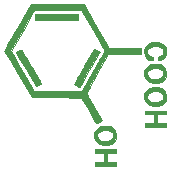
<source format=gbr>
G04 #@! TF.GenerationSoftware,KiCad,Pcbnew,(5.1.5)-3*
G04 #@! TF.CreationDate,2021-03-06T01:37:00+09:00*
G04 #@! TF.ProjectId,Setta21_Back_mask,53657474-6132-4315-9f42-61636b5f6d61,rev?*
G04 #@! TF.SameCoordinates,Original*
G04 #@! TF.FileFunction,Legend,Top*
G04 #@! TF.FilePolarity,Positive*
%FSLAX46Y46*%
G04 Gerber Fmt 4.6, Leading zero omitted, Abs format (unit mm)*
G04 Created by KiCad (PCBNEW (5.1.5)-3) date 2021-03-06 01:37:00*
%MOMM*%
%LPD*%
G04 APERTURE LIST*
%ADD10C,0.010000*%
G04 APERTURE END LIST*
D10*
G36*
X72606344Y-64097160D02*
G01*
X72560362Y-64182344D01*
X72488461Y-64312636D01*
X72394517Y-64481203D01*
X72282406Y-64681214D01*
X72156003Y-64905836D01*
X72019184Y-65148237D01*
X71875824Y-65401585D01*
X71729800Y-65659048D01*
X71584986Y-65913793D01*
X71445259Y-66158989D01*
X71314493Y-66387803D01*
X71196564Y-66593402D01*
X71095349Y-66768956D01*
X71014722Y-66907631D01*
X70958558Y-67002595D01*
X70930735Y-67047017D01*
X70929390Y-67048736D01*
X70886399Y-67053661D01*
X70813652Y-67029282D01*
X70807504Y-67026275D01*
X70709514Y-66977732D01*
X70597700Y-66923080D01*
X70582066Y-66915504D01*
X70503621Y-66869793D01*
X70460270Y-66829391D01*
X70457135Y-66819432D01*
X70473916Y-66784088D01*
X70521291Y-66695757D01*
X70596055Y-66560148D01*
X70695003Y-66382974D01*
X70814927Y-66169942D01*
X70952624Y-65926764D01*
X71104886Y-65659149D01*
X71268509Y-65372808D01*
X71306608Y-65306305D01*
X72154012Y-63827810D01*
X72388272Y-63931281D01*
X72500351Y-63984363D01*
X72583211Y-64030424D01*
X72621544Y-64060797D01*
X72622533Y-64063916D01*
X72606344Y-64097160D01*
G37*
X72606344Y-64097160D02*
X72560362Y-64182344D01*
X72488461Y-64312636D01*
X72394517Y-64481203D01*
X72282406Y-64681214D01*
X72156003Y-64905836D01*
X72019184Y-65148237D01*
X71875824Y-65401585D01*
X71729800Y-65659048D01*
X71584986Y-65913793D01*
X71445259Y-66158989D01*
X71314493Y-66387803D01*
X71196564Y-66593402D01*
X71095349Y-66768956D01*
X71014722Y-66907631D01*
X70958558Y-67002595D01*
X70930735Y-67047017D01*
X70929390Y-67048736D01*
X70886399Y-67053661D01*
X70813652Y-67029282D01*
X70807504Y-67026275D01*
X70709514Y-66977732D01*
X70597700Y-66923080D01*
X70582066Y-66915504D01*
X70503621Y-66869793D01*
X70460270Y-66829391D01*
X70457135Y-66819432D01*
X70473916Y-66784088D01*
X70521291Y-66695757D01*
X70596055Y-66560148D01*
X70695003Y-66382974D01*
X70814927Y-66169942D01*
X70952624Y-65926764D01*
X71104886Y-65659149D01*
X71268509Y-65372808D01*
X71306608Y-65306305D01*
X72154012Y-63827810D01*
X72388272Y-63931281D01*
X72500351Y-63984363D01*
X72583211Y-64030424D01*
X72621544Y-64060797D01*
X72622533Y-64063916D01*
X72606344Y-64097160D01*
G36*
X67170000Y-61416933D02*
G01*
X67170000Y-60908933D01*
X70759866Y-60908933D01*
X70759866Y-61416933D01*
X67170000Y-61416933D01*
G37*
X67170000Y-61416933D02*
X67170000Y-60908933D01*
X70759866Y-60908933D01*
X70759866Y-61416933D01*
X67170000Y-61416933D01*
G36*
X67638214Y-66786981D02*
G01*
X67584182Y-66823449D01*
X67490141Y-66873324D01*
X67401566Y-66914562D01*
X67209799Y-66998582D01*
X66360166Y-65582125D01*
X66191534Y-65300378D01*
X66034030Y-65036034D01*
X65891011Y-64794812D01*
X65765834Y-64582434D01*
X65661858Y-64404617D01*
X65582440Y-64267081D01*
X65530937Y-64175546D01*
X65510707Y-64135730D01*
X65510533Y-64134815D01*
X65538627Y-64105736D01*
X65612767Y-64057517D01*
X65717735Y-63999915D01*
X65733021Y-63992161D01*
X65846307Y-63940749D01*
X65934350Y-63911173D01*
X65980992Y-63908737D01*
X65982748Y-63910181D01*
X66005078Y-63944435D01*
X66058571Y-64031116D01*
X66139744Y-64164451D01*
X66245112Y-64338665D01*
X66371191Y-64547984D01*
X66514498Y-64786635D01*
X66671548Y-65048843D01*
X66838857Y-65328835D01*
X66846541Y-65341710D01*
X67043122Y-65671824D01*
X67206892Y-65948664D01*
X67340336Y-66176765D01*
X67445939Y-66360665D01*
X67526185Y-66504898D01*
X67583559Y-66614001D01*
X67620546Y-66692511D01*
X67639630Y-66744962D01*
X67643297Y-66775891D01*
X67638214Y-66786981D01*
G37*
X67638214Y-66786981D02*
X67584182Y-66823449D01*
X67490141Y-66873324D01*
X67401566Y-66914562D01*
X67209799Y-66998582D01*
X66360166Y-65582125D01*
X66191534Y-65300378D01*
X66034030Y-65036034D01*
X65891011Y-64794812D01*
X65765834Y-64582434D01*
X65661858Y-64404617D01*
X65582440Y-64267081D01*
X65530937Y-64175546D01*
X65510707Y-64135730D01*
X65510533Y-64134815D01*
X65538627Y-64105736D01*
X65612767Y-64057517D01*
X65717735Y-63999915D01*
X65733021Y-63992161D01*
X65846307Y-63940749D01*
X65934350Y-63911173D01*
X65980992Y-63908737D01*
X65982748Y-63910181D01*
X66005078Y-63944435D01*
X66058571Y-64031116D01*
X66139744Y-64164451D01*
X66245112Y-64338665D01*
X66371191Y-64547984D01*
X66514498Y-64786635D01*
X66671548Y-65048843D01*
X66838857Y-65328835D01*
X66846541Y-65341710D01*
X67043122Y-65671824D01*
X67206892Y-65948664D01*
X67340336Y-66176765D01*
X67445939Y-66360665D01*
X67526185Y-66504898D01*
X67583559Y-66614001D01*
X67620546Y-66692511D01*
X67639630Y-66744962D01*
X67643297Y-66775891D01*
X67638214Y-66786981D01*
G36*
X77499333Y-69375600D02*
G01*
X77499333Y-70154533D01*
X78244400Y-70154533D01*
X78244400Y-70459333D01*
X76415600Y-70459333D01*
X76415600Y-70154533D01*
X77228400Y-70154533D01*
X77228400Y-69375600D01*
X76415600Y-69375600D01*
X76415600Y-69070800D01*
X78244400Y-69070800D01*
X78244400Y-69375600D01*
X77499333Y-69375600D01*
G37*
X77499333Y-69375600D02*
X77499333Y-70154533D01*
X78244400Y-70154533D01*
X78244400Y-70459333D01*
X76415600Y-70459333D01*
X76415600Y-70154533D01*
X77228400Y-70154533D01*
X77228400Y-69375600D01*
X76415600Y-69375600D01*
X76415600Y-69070800D01*
X78244400Y-69070800D01*
X78244400Y-69375600D01*
X77499333Y-69375600D01*
G36*
X78213724Y-68140180D02*
G01*
X78122552Y-68332265D01*
X77986759Y-68489466D01*
X77978892Y-68496080D01*
X77797013Y-68605823D01*
X77579541Y-68672974D01*
X77343742Y-68697294D01*
X77106879Y-68678546D01*
X76886218Y-68616490D01*
X76702695Y-68513707D01*
X76564337Y-68370093D01*
X76462464Y-68187727D01*
X76404134Y-67986373D01*
X76396405Y-67785792D01*
X76411793Y-67699200D01*
X76492568Y-67503052D01*
X76620646Y-67329099D01*
X76781876Y-67192705D01*
X76952672Y-67111971D01*
X77088075Y-67086706D01*
X77261829Y-67074961D01*
X77330000Y-67075617D01*
X77330000Y-67396356D01*
X77101400Y-67414843D01*
X76923039Y-67472275D01*
X76787775Y-67571607D01*
X76729313Y-67644941D01*
X76664016Y-67799296D01*
X76664069Y-67961255D01*
X76725633Y-68114068D01*
X76833628Y-68233803D01*
X76986771Y-68312696D01*
X77189877Y-68352705D01*
X77327774Y-68358856D01*
X77557022Y-68337917D01*
X77744861Y-68276115D01*
X77886031Y-68177175D01*
X77975268Y-68044819D01*
X78007310Y-67882771D01*
X78007333Y-67878011D01*
X77976611Y-67717219D01*
X77888420Y-67584419D01*
X77748724Y-67483854D01*
X77563487Y-67419762D01*
X77338672Y-67396385D01*
X77330000Y-67396356D01*
X77330000Y-67075617D01*
X77445915Y-67076735D01*
X77612315Y-67092029D01*
X77707327Y-67111971D01*
X77859312Y-67184566D01*
X78009249Y-67302120D01*
X78134552Y-67445045D01*
X78183591Y-67525039D01*
X78247836Y-67719524D01*
X78256682Y-67930252D01*
X78213724Y-68140180D01*
G37*
X78213724Y-68140180D02*
X78122552Y-68332265D01*
X77986759Y-68489466D01*
X77978892Y-68496080D01*
X77797013Y-68605823D01*
X77579541Y-68672974D01*
X77343742Y-68697294D01*
X77106879Y-68678546D01*
X76886218Y-68616490D01*
X76702695Y-68513707D01*
X76564337Y-68370093D01*
X76462464Y-68187727D01*
X76404134Y-67986373D01*
X76396405Y-67785792D01*
X76411793Y-67699200D01*
X76492568Y-67503052D01*
X76620646Y-67329099D01*
X76781876Y-67192705D01*
X76952672Y-67111971D01*
X77088075Y-67086706D01*
X77261829Y-67074961D01*
X77330000Y-67075617D01*
X77330000Y-67396356D01*
X77101400Y-67414843D01*
X76923039Y-67472275D01*
X76787775Y-67571607D01*
X76729313Y-67644941D01*
X76664016Y-67799296D01*
X76664069Y-67961255D01*
X76725633Y-68114068D01*
X76833628Y-68233803D01*
X76986771Y-68312696D01*
X77189877Y-68352705D01*
X77327774Y-68358856D01*
X77557022Y-68337917D01*
X77744861Y-68276115D01*
X77886031Y-68177175D01*
X77975268Y-68044819D01*
X78007310Y-67882771D01*
X78007333Y-67878011D01*
X77976611Y-67717219D01*
X77888420Y-67584419D01*
X77748724Y-67483854D01*
X77563487Y-67419762D01*
X77338672Y-67396385D01*
X77330000Y-67396356D01*
X77330000Y-67075617D01*
X77445915Y-67076735D01*
X77612315Y-67092029D01*
X77707327Y-67111971D01*
X77859312Y-67184566D01*
X78009249Y-67302120D01*
X78134552Y-67445045D01*
X78183591Y-67525039D01*
X78247836Y-67719524D01*
X78256682Y-67930252D01*
X78213724Y-68140180D01*
G36*
X78213724Y-66175913D02*
G01*
X78122552Y-66367999D01*
X77986759Y-66525199D01*
X77978892Y-66531814D01*
X77797013Y-66641556D01*
X77579541Y-66708707D01*
X77343742Y-66733028D01*
X77106879Y-66714279D01*
X76886218Y-66652223D01*
X76702695Y-66549440D01*
X76564337Y-66405827D01*
X76462464Y-66223461D01*
X76404134Y-66022106D01*
X76396405Y-65821526D01*
X76411793Y-65734933D01*
X76492568Y-65538786D01*
X76620646Y-65364833D01*
X76781876Y-65228439D01*
X76952672Y-65147704D01*
X77088075Y-65122440D01*
X77261829Y-65110694D01*
X77330000Y-65111351D01*
X77330000Y-65432090D01*
X77101400Y-65450577D01*
X76923039Y-65508008D01*
X76787775Y-65607340D01*
X76729313Y-65680675D01*
X76664016Y-65835029D01*
X76664069Y-65996988D01*
X76725633Y-66149801D01*
X76833628Y-66269536D01*
X76986771Y-66348430D01*
X77189877Y-66388438D01*
X77327774Y-66394589D01*
X77557022Y-66373650D01*
X77744861Y-66311849D01*
X77886031Y-66212908D01*
X77975268Y-66080552D01*
X78007310Y-65918504D01*
X78007333Y-65913744D01*
X77976611Y-65752952D01*
X77888420Y-65620153D01*
X77748724Y-65519587D01*
X77563487Y-65455495D01*
X77338672Y-65432118D01*
X77330000Y-65432090D01*
X77330000Y-65111351D01*
X77445915Y-65112469D01*
X77612315Y-65127762D01*
X77707327Y-65147704D01*
X77859312Y-65220300D01*
X78009249Y-65337854D01*
X78134552Y-65480778D01*
X78183591Y-65560772D01*
X78247836Y-65755257D01*
X78256682Y-65965985D01*
X78213724Y-66175913D01*
G37*
X78213724Y-66175913D02*
X78122552Y-66367999D01*
X77986759Y-66525199D01*
X77978892Y-66531814D01*
X77797013Y-66641556D01*
X77579541Y-66708707D01*
X77343742Y-66733028D01*
X77106879Y-66714279D01*
X76886218Y-66652223D01*
X76702695Y-66549440D01*
X76564337Y-66405827D01*
X76462464Y-66223461D01*
X76404134Y-66022106D01*
X76396405Y-65821526D01*
X76411793Y-65734933D01*
X76492568Y-65538786D01*
X76620646Y-65364833D01*
X76781876Y-65228439D01*
X76952672Y-65147704D01*
X77088075Y-65122440D01*
X77261829Y-65110694D01*
X77330000Y-65111351D01*
X77330000Y-65432090D01*
X77101400Y-65450577D01*
X76923039Y-65508008D01*
X76787775Y-65607340D01*
X76729313Y-65680675D01*
X76664016Y-65835029D01*
X76664069Y-65996988D01*
X76725633Y-66149801D01*
X76833628Y-66269536D01*
X76986771Y-66348430D01*
X77189877Y-66388438D01*
X77327774Y-66394589D01*
X77557022Y-66373650D01*
X77744861Y-66311849D01*
X77886031Y-66212908D01*
X77975268Y-66080552D01*
X78007310Y-65918504D01*
X78007333Y-65913744D01*
X77976611Y-65752952D01*
X77888420Y-65620153D01*
X77748724Y-65519587D01*
X77563487Y-65455495D01*
X77338672Y-65432118D01*
X77330000Y-65432090D01*
X77330000Y-65111351D01*
X77445915Y-65112469D01*
X77612315Y-65127762D01*
X77707327Y-65147704D01*
X77859312Y-65220300D01*
X78009249Y-65337854D01*
X78134552Y-65480778D01*
X78183591Y-65560772D01*
X78247836Y-65755257D01*
X78256682Y-65965985D01*
X78213724Y-66175913D01*
G36*
X78246729Y-64236088D02*
G01*
X78240470Y-64268176D01*
X78169186Y-64450156D01*
X78044821Y-64604928D01*
X77880636Y-64718943D01*
X77752882Y-64766314D01*
X77636683Y-64787050D01*
X77569625Y-64771484D01*
X77539646Y-64712332D01*
X77534237Y-64634267D01*
X77545980Y-64544555D01*
X77591477Y-64486235D01*
X77686134Y-64441719D01*
X77709892Y-64433714D01*
X77855264Y-64355904D01*
X77957072Y-64238041D01*
X78004980Y-64093392D01*
X78007333Y-64051950D01*
X77997790Y-63956960D01*
X77960215Y-63878559D01*
X77881189Y-63788956D01*
X77879570Y-63787334D01*
X77724384Y-63675717D01*
X77535438Y-63606459D01*
X77329507Y-63579810D01*
X77123368Y-63596019D01*
X76933796Y-63655336D01*
X76777567Y-63758008D01*
X76764322Y-63770771D01*
X76695568Y-63849183D01*
X76662557Y-63924116D01*
X76652891Y-64027395D01*
X76652667Y-64057373D01*
X76659620Y-64172647D01*
X76677297Y-64268679D01*
X76689266Y-64300705D01*
X76747770Y-64360735D01*
X76847187Y-64421873D01*
X76962104Y-64471488D01*
X77067109Y-64496950D01*
X77086322Y-64498056D01*
X77133100Y-64504585D01*
X77154188Y-64534758D01*
X77156988Y-64606231D01*
X77154055Y-64659667D01*
X77145308Y-64756362D01*
X77127182Y-64802217D01*
X77087260Y-64814056D01*
X77042133Y-64811335D01*
X76836340Y-64764420D01*
X76657069Y-64668714D01*
X76516419Y-64533371D01*
X76426492Y-64367546D01*
X76417636Y-64338859D01*
X76386467Y-64137369D01*
X76395357Y-63927358D01*
X76431487Y-63774892D01*
X76528434Y-63597990D01*
X76674273Y-63454822D01*
X76857856Y-63347765D01*
X77068037Y-63279195D01*
X77293669Y-63251490D01*
X77523605Y-63267028D01*
X77746699Y-63328185D01*
X77951803Y-63437338D01*
X77966241Y-63447592D01*
X78116997Y-63596829D01*
X78216024Y-63784055D01*
X78260281Y-64000174D01*
X78246729Y-64236088D01*
G37*
X78246729Y-64236088D02*
X78240470Y-64268176D01*
X78169186Y-64450156D01*
X78044821Y-64604928D01*
X77880636Y-64718943D01*
X77752882Y-64766314D01*
X77636683Y-64787050D01*
X77569625Y-64771484D01*
X77539646Y-64712332D01*
X77534237Y-64634267D01*
X77545980Y-64544555D01*
X77591477Y-64486235D01*
X77686134Y-64441719D01*
X77709892Y-64433714D01*
X77855264Y-64355904D01*
X77957072Y-64238041D01*
X78004980Y-64093392D01*
X78007333Y-64051950D01*
X77997790Y-63956960D01*
X77960215Y-63878559D01*
X77881189Y-63788956D01*
X77879570Y-63787334D01*
X77724384Y-63675717D01*
X77535438Y-63606459D01*
X77329507Y-63579810D01*
X77123368Y-63596019D01*
X76933796Y-63655336D01*
X76777567Y-63758008D01*
X76764322Y-63770771D01*
X76695568Y-63849183D01*
X76662557Y-63924116D01*
X76652891Y-64027395D01*
X76652667Y-64057373D01*
X76659620Y-64172647D01*
X76677297Y-64268679D01*
X76689266Y-64300705D01*
X76747770Y-64360735D01*
X76847187Y-64421873D01*
X76962104Y-64471488D01*
X77067109Y-64496950D01*
X77086322Y-64498056D01*
X77133100Y-64504585D01*
X77154188Y-64534758D01*
X77156988Y-64606231D01*
X77154055Y-64659667D01*
X77145308Y-64756362D01*
X77127182Y-64802217D01*
X77087260Y-64814056D01*
X77042133Y-64811335D01*
X76836340Y-64764420D01*
X76657069Y-64668714D01*
X76516419Y-64533371D01*
X76426492Y-64367546D01*
X76417636Y-64338859D01*
X76386467Y-64137369D01*
X76395357Y-63927358D01*
X76431487Y-63774892D01*
X76528434Y-63597990D01*
X76674273Y-63454822D01*
X76857856Y-63347765D01*
X77068037Y-63279195D01*
X77293669Y-63251490D01*
X77523605Y-63267028D01*
X77746699Y-63328185D01*
X77951803Y-63437338D01*
X77966241Y-63447592D01*
X78116997Y-63596829D01*
X78216024Y-63784055D01*
X78260281Y-64000174D01*
X78246729Y-64236088D01*
G36*
X73266000Y-72660667D02*
G01*
X73266000Y-73439600D01*
X74011066Y-73439600D01*
X74011066Y-73744400D01*
X72182267Y-73744400D01*
X72182267Y-73439600D01*
X72995067Y-73439600D01*
X72995067Y-72660667D01*
X72182267Y-72660667D01*
X72182267Y-72355867D01*
X74011066Y-72355867D01*
X74011066Y-72660667D01*
X73266000Y-72660667D01*
G37*
X73266000Y-72660667D02*
X73266000Y-73439600D01*
X74011066Y-73439600D01*
X74011066Y-73744400D01*
X72182267Y-73744400D01*
X72182267Y-73439600D01*
X72995067Y-73439600D01*
X72995067Y-72660667D01*
X72182267Y-72660667D01*
X72182267Y-72355867D01*
X74011066Y-72355867D01*
X74011066Y-72660667D01*
X73266000Y-72660667D01*
G36*
X73980390Y-71425246D02*
G01*
X73889218Y-71617332D01*
X73753426Y-71774533D01*
X73745559Y-71781147D01*
X73563680Y-71890890D01*
X73346208Y-71958040D01*
X73110408Y-71982361D01*
X72873545Y-71963612D01*
X72652885Y-71901556D01*
X72469361Y-71798774D01*
X72331003Y-71655160D01*
X72229130Y-71472794D01*
X72170800Y-71271439D01*
X72163072Y-71070859D01*
X72178459Y-70984267D01*
X72259234Y-70788119D01*
X72387312Y-70614166D01*
X72548542Y-70477772D01*
X72719339Y-70397037D01*
X72854741Y-70371773D01*
X73028495Y-70360028D01*
X73096667Y-70360684D01*
X73096667Y-70681423D01*
X72868067Y-70699910D01*
X72689706Y-70757342D01*
X72554441Y-70856674D01*
X72495980Y-70930008D01*
X72430682Y-71084363D01*
X72430736Y-71246322D01*
X72492300Y-71399135D01*
X72600294Y-71518870D01*
X72753438Y-71597763D01*
X72956544Y-71637772D01*
X73094441Y-71643923D01*
X73323688Y-71622984D01*
X73511528Y-71561182D01*
X73652697Y-71462241D01*
X73741935Y-71329885D01*
X73773977Y-71167837D01*
X73774000Y-71163077D01*
X73743278Y-71002285D01*
X73655087Y-70869486D01*
X73515391Y-70768920D01*
X73330154Y-70704828D01*
X73105339Y-70681452D01*
X73096667Y-70681423D01*
X73096667Y-70360684D01*
X73212582Y-70361802D01*
X73378982Y-70377095D01*
X73473994Y-70397037D01*
X73625979Y-70469633D01*
X73775915Y-70587187D01*
X73901218Y-70730112D01*
X73950257Y-70810105D01*
X74014502Y-71004591D01*
X74023349Y-71215319D01*
X73980390Y-71425246D01*
G37*
X73980390Y-71425246D02*
X73889218Y-71617332D01*
X73753426Y-71774533D01*
X73745559Y-71781147D01*
X73563680Y-71890890D01*
X73346208Y-71958040D01*
X73110408Y-71982361D01*
X72873545Y-71963612D01*
X72652885Y-71901556D01*
X72469361Y-71798774D01*
X72331003Y-71655160D01*
X72229130Y-71472794D01*
X72170800Y-71271439D01*
X72163072Y-71070859D01*
X72178459Y-70984267D01*
X72259234Y-70788119D01*
X72387312Y-70614166D01*
X72548542Y-70477772D01*
X72719339Y-70397037D01*
X72854741Y-70371773D01*
X73028495Y-70360028D01*
X73096667Y-70360684D01*
X73096667Y-70681423D01*
X72868067Y-70699910D01*
X72689706Y-70757342D01*
X72554441Y-70856674D01*
X72495980Y-70930008D01*
X72430682Y-71084363D01*
X72430736Y-71246322D01*
X72492300Y-71399135D01*
X72600294Y-71518870D01*
X72753438Y-71597763D01*
X72956544Y-71637772D01*
X73094441Y-71643923D01*
X73323688Y-71622984D01*
X73511528Y-71561182D01*
X73652697Y-71462241D01*
X73741935Y-71329885D01*
X73773977Y-71167837D01*
X73774000Y-71163077D01*
X73743278Y-71002285D01*
X73655087Y-70869486D01*
X73515391Y-70768920D01*
X73330154Y-70704828D01*
X73105339Y-70681452D01*
X73096667Y-70681423D01*
X73096667Y-70360684D01*
X73212582Y-70361802D01*
X73378982Y-70377095D01*
X73473994Y-70397037D01*
X73625979Y-70469633D01*
X73775915Y-70587187D01*
X73901218Y-70730112D01*
X73950257Y-70810105D01*
X74014502Y-71004591D01*
X74023349Y-71215319D01*
X73980390Y-71425246D01*
G36*
X73353234Y-64278667D02*
G01*
X72414989Y-65920264D01*
X72210398Y-66278769D01*
X72037459Y-66583207D01*
X71893800Y-66838077D01*
X71777045Y-67047879D01*
X71684821Y-67217111D01*
X71614755Y-67350273D01*
X71564470Y-67451864D01*
X71531595Y-67526382D01*
X71513755Y-67578328D01*
X71508575Y-67612200D01*
X71512554Y-67630531D01*
X71537315Y-67675127D01*
X71591743Y-67771288D01*
X71671752Y-67911856D01*
X71773254Y-68089671D01*
X71892164Y-68297573D01*
X72024396Y-68528405D01*
X72151039Y-68749181D01*
X72291130Y-68993753D01*
X72420889Y-69221258D01*
X72536340Y-69424653D01*
X72633510Y-69596894D01*
X72708422Y-69730937D01*
X72757104Y-69819739D01*
X72775251Y-69855281D01*
X72772078Y-69893652D01*
X72728224Y-69939616D01*
X72634977Y-70000963D01*
X72571718Y-70037266D01*
X72453834Y-70097366D01*
X72364719Y-70131394D01*
X72317986Y-70134235D01*
X72316646Y-70133126D01*
X72293424Y-70097745D01*
X72240602Y-70010322D01*
X72162150Y-69877647D01*
X72062040Y-69706505D01*
X71944242Y-69503684D01*
X71812728Y-69275973D01*
X71675175Y-69036628D01*
X71063709Y-67970133D01*
X68994374Y-67953200D01*
X66925040Y-67936266D01*
X65726720Y-65980111D01*
X65524292Y-65649537D01*
X65332614Y-65336267D01*
X65154567Y-65045027D01*
X64993030Y-64780540D01*
X64850886Y-64547531D01*
X64731015Y-64350725D01*
X64636298Y-64194845D01*
X64569616Y-64084616D01*
X64533851Y-64024763D01*
X64528400Y-64015011D01*
X64544792Y-63984891D01*
X64592139Y-63900823D01*
X64667698Y-63767618D01*
X64768727Y-63590083D01*
X64892482Y-63373029D01*
X65036220Y-63121264D01*
X65197199Y-62839597D01*
X65372675Y-62532836D01*
X65559905Y-62205792D01*
X65667918Y-62017234D01*
X66807435Y-60028400D01*
X69029184Y-60029627D01*
X71047733Y-60030742D01*
X71047733Y-60572035D01*
X69053172Y-60579617D01*
X67058612Y-60587200D01*
X66085291Y-62297467D01*
X65111971Y-64007733D01*
X65174301Y-64126266D01*
X65202890Y-64177566D01*
X65262202Y-64281535D01*
X65348854Y-64432321D01*
X65459464Y-64624075D01*
X65590650Y-64850943D01*
X65739030Y-65107075D01*
X65901224Y-65386619D01*
X66073848Y-65683723D01*
X66162725Y-65836533D01*
X67088821Y-67428266D01*
X69085210Y-67435803D01*
X71081600Y-67443339D01*
X72046800Y-65749508D01*
X72223887Y-65438236D01*
X72390842Y-65143802D01*
X72544649Y-64871592D01*
X72682292Y-64626990D01*
X72800754Y-64415380D01*
X72897019Y-64242147D01*
X72968070Y-64112676D01*
X73010893Y-64032351D01*
X73022783Y-64007169D01*
X73008056Y-63969840D01*
X72961840Y-63879531D01*
X72887136Y-63741561D01*
X72786940Y-63561246D01*
X72664251Y-63343903D01*
X72522068Y-63094850D01*
X72363388Y-62819406D01*
X72191210Y-62522886D01*
X72040650Y-62265348D01*
X71047733Y-60572035D01*
X71047733Y-60030742D01*
X71250933Y-60030855D01*
X72334667Y-61892244D01*
X73418400Y-63753633D01*
X76110800Y-63753733D01*
X76110800Y-64260973D01*
X73353234Y-64278667D01*
G37*
X73353234Y-64278667D02*
X72414989Y-65920264D01*
X72210398Y-66278769D01*
X72037459Y-66583207D01*
X71893800Y-66838077D01*
X71777045Y-67047879D01*
X71684821Y-67217111D01*
X71614755Y-67350273D01*
X71564470Y-67451864D01*
X71531595Y-67526382D01*
X71513755Y-67578328D01*
X71508575Y-67612200D01*
X71512554Y-67630531D01*
X71537315Y-67675127D01*
X71591743Y-67771288D01*
X71671752Y-67911856D01*
X71773254Y-68089671D01*
X71892164Y-68297573D01*
X72024396Y-68528405D01*
X72151039Y-68749181D01*
X72291130Y-68993753D01*
X72420889Y-69221258D01*
X72536340Y-69424653D01*
X72633510Y-69596894D01*
X72708422Y-69730937D01*
X72757104Y-69819739D01*
X72775251Y-69855281D01*
X72772078Y-69893652D01*
X72728224Y-69939616D01*
X72634977Y-70000963D01*
X72571718Y-70037266D01*
X72453834Y-70097366D01*
X72364719Y-70131394D01*
X72317986Y-70134235D01*
X72316646Y-70133126D01*
X72293424Y-70097745D01*
X72240602Y-70010322D01*
X72162150Y-69877647D01*
X72062040Y-69706505D01*
X71944242Y-69503684D01*
X71812728Y-69275973D01*
X71675175Y-69036628D01*
X71063709Y-67970133D01*
X68994374Y-67953200D01*
X66925040Y-67936266D01*
X65726720Y-65980111D01*
X65524292Y-65649537D01*
X65332614Y-65336267D01*
X65154567Y-65045027D01*
X64993030Y-64780540D01*
X64850886Y-64547531D01*
X64731015Y-64350725D01*
X64636298Y-64194845D01*
X64569616Y-64084616D01*
X64533851Y-64024763D01*
X64528400Y-64015011D01*
X64544792Y-63984891D01*
X64592139Y-63900823D01*
X64667698Y-63767618D01*
X64768727Y-63590083D01*
X64892482Y-63373029D01*
X65036220Y-63121264D01*
X65197199Y-62839597D01*
X65372675Y-62532836D01*
X65559905Y-62205792D01*
X65667918Y-62017234D01*
X66807435Y-60028400D01*
X69029184Y-60029627D01*
X71047733Y-60030742D01*
X71047733Y-60572035D01*
X69053172Y-60579617D01*
X67058612Y-60587200D01*
X66085291Y-62297467D01*
X65111971Y-64007733D01*
X65174301Y-64126266D01*
X65202890Y-64177566D01*
X65262202Y-64281535D01*
X65348854Y-64432321D01*
X65459464Y-64624075D01*
X65590650Y-64850943D01*
X65739030Y-65107075D01*
X65901224Y-65386619D01*
X66073848Y-65683723D01*
X66162725Y-65836533D01*
X67088821Y-67428266D01*
X69085210Y-67435803D01*
X71081600Y-67443339D01*
X72046800Y-65749508D01*
X72223887Y-65438236D01*
X72390842Y-65143802D01*
X72544649Y-64871592D01*
X72682292Y-64626990D01*
X72800754Y-64415380D01*
X72897019Y-64242147D01*
X72968070Y-64112676D01*
X73010893Y-64032351D01*
X73022783Y-64007169D01*
X73008056Y-63969840D01*
X72961840Y-63879531D01*
X72887136Y-63741561D01*
X72786940Y-63561246D01*
X72664251Y-63343903D01*
X72522068Y-63094850D01*
X72363388Y-62819406D01*
X72191210Y-62522886D01*
X72040650Y-62265348D01*
X71047733Y-60572035D01*
X71047733Y-60030742D01*
X71250933Y-60030855D01*
X72334667Y-61892244D01*
X73418400Y-63753633D01*
X76110800Y-63753733D01*
X76110800Y-64260973D01*
X73353234Y-64278667D01*
M02*

</source>
